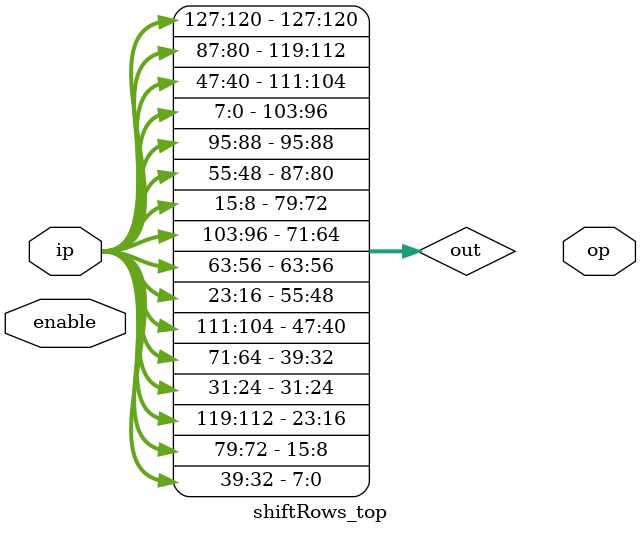
<source format=v>
module shiftRows_top(
    input  [127:0] ip,
    input  enable,
    output  [127:0] op
);

wire [127:0] out;

assign out[127:120] = ip[127:120];
assign out[119:112] = ip[87:80];
assign out[111:104] = ip[47:40];
assign out[103:96] = ip[7:0];

assign out[95:88] = ip[95:88];
assign out[87:80] = ip[55:48];
assign out[79:72] = ip[15:8];
assign out[71:64] = ip[103:96];

assign out[63:56] = ip[63:56];
assign out[55:48] = ip[23:16];
assign out[47:40] = ip[111:104];
assign out[39:32] = ip[71:64];

assign out[31:24] = ip[31:24];
assign out[23:16] = ip[119:112];
assign out[15:8] = ip[79:72];
assign out[7:0] = ip[39:32];

endmodule

</source>
